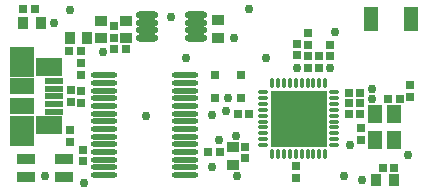
<source format=gts>
%FSTAX23Y23*%
%MOMM*%
%SFA1B1*%

%IPPOS*%
%ADD37R,0.749999X0.649999*%
%ADD38R,0.649999X0.749999*%
%ADD39R,2.249995X1.624997*%
%ADD40R,1.529997X0.599999*%
%ADD41R,2.049996X1.324997*%
%ADD42R,2.049996X2.524995*%
%ADD43R,0.849998X1.049998*%
%ADD44R,1.049998X0.849998*%
%ADD45O,1.949996X0.599999*%
%ADD46O,2.249995X0.499999*%
%ADD47R,0.749999X0.749999*%
%ADD48R,1.299997X1.549997*%
%ADD49R,1.149998X2.149996*%
%ADD50R,1.549997X0.849998*%
%ADD51O,0.949998X0.349999*%
%ADD52O,0.349999X0.949998*%
%ADD53R,4.749991X4.749991*%
%ADD54C,0.749999*%
%LNusb_dongle_pcb-1*%
%LPD*%
G54D37*
X57349Y27349D03*
X58349D03*
X26924Y40749D03*
X27924D03*
X31799Y37249D03*
X30799D03*
X42574Y28674D03*
X43574D03*
X54474Y33674D03*
X55474D03*
X54474Y32799D03*
X55474D03*
X57824Y33174D03*
X58824D03*
X54474Y31924D03*
X55474D03*
X34624Y37374D03*
X35624D03*
X46074Y31849D03*
X45074D03*
G54D38*
X30974Y33899D03*
Y32899D03*
X31849Y32849D03*
Y33849D03*
X50099Y36849D03*
Y37849D03*
X52874Y36774D03*
Y37774D03*
X34574Y38299D03*
Y39299D03*
X31949Y27874D03*
Y28874D03*
X30924Y29549D03*
Y30549D03*
X31849Y35174D03*
Y36174D03*
X45724Y29124D03*
Y28124D03*
X59699Y33349D03*
Y34349D03*
X51074Y35774D03*
Y36774D03*
X51949D03*
Y35774D03*
X51074Y37724D03*
Y38724D03*
X55549Y29724D03*
Y30724D03*
X49999Y27474D03*
Y26474D03*
G54D39*
X29149Y35862D03*
Y30937D03*
G54D40*
X29509Y32099D03*
Y32749D03*
Y33399D03*
Y34699D03*
Y34049D03*
G54D41*
X26849Y32562D03*
Y34237D03*
G54D42*
X26849Y30487D03*
Y36312D03*
G54D43*
X30849Y38324D03*
X32349D03*
X28399Y39624D03*
X26899D03*
X56799Y26274D03*
X58299D03*
G54D44*
X33499Y39799D03*
Y38299D03*
X35624Y39799D03*
Y38299D03*
X44674Y29074D03*
Y27574D03*
X43449Y38324D03*
Y39824D03*
G54D45*
X37424Y40274D03*
Y39624D03*
Y38974D03*
Y38324D03*
X41574Y40274D03*
Y39624D03*
Y38974D03*
Y38324D03*
G54D46*
X33749Y35174D03*
Y34524D03*
Y33874D03*
Y33224D03*
Y32574D03*
Y31924D03*
Y31274D03*
Y30624D03*
Y29974D03*
Y29324D03*
Y28674D03*
Y28024D03*
Y27374D03*
Y26724D03*
X40649Y35174D03*
Y34524D03*
Y33874D03*
Y33224D03*
Y32574D03*
Y31924D03*
Y31274D03*
Y30624D03*
Y29974D03*
Y29324D03*
Y28674D03*
Y28024D03*
Y27374D03*
Y26724D03*
G54D47*
X43174Y35224D03*
X45374D03*
X43199Y33249D03*
X45399D03*
G54D48*
X56749Y29724D03*
Y31924D03*
X58349D03*
Y29724D03*
G54D49*
X5635Y3995D03*
X5975D03*
G54D50*
X27199Y28074D03*
X30399D03*
Y26574D03*
X27199D03*
G54D51*
X53249Y29249D03*
Y29749D03*
Y30249D03*
Y30749D03*
Y31249D03*
Y31749D03*
Y32249D03*
Y32749D03*
Y33249D03*
Y33749D03*
X47249D03*
Y33249D03*
Y32749D03*
Y32249D03*
Y31749D03*
Y31249D03*
Y30749D03*
Y30249D03*
Y29749D03*
Y29249D03*
G54D52*
X52499Y34499D03*
X51999D03*
X51499D03*
X50999D03*
X50499D03*
X49999D03*
X49499D03*
X48999D03*
X48499D03*
X47999D03*
Y28499D03*
X48499D03*
X48999D03*
X49499D03*
X49999D03*
X50499D03*
X50999D03*
X51499D03*
X51999D03*
X52499D03*
G54D53*
X50249Y31499D03*
G54D54*
X29074Y30862D03*
X26849Y32562D03*
X26924Y34162D03*
X29149Y35862D03*
X26849Y36312D03*
Y30487D03*
X45049Y26599D03*
X53349Y38849D03*
X40699Y36599D03*
X47449Y36674D03*
X44099Y32174D03*
X54099Y26674D03*
X59524Y28399D03*
X32049Y26049D03*
X37349Y31724D03*
X46074Y40774D03*
X39474Y40074D03*
X30874Y40674D03*
X33649Y37099D03*
X50099Y35774D03*
X52899D03*
X55599Y26274D03*
X28799Y26599D03*
X44774Y38324D03*
X44299Y33224D03*
X54574Y29274D03*
X56474Y33999D03*
X29499Y39624D03*
X44949Y30024D03*
X42924Y31799D03*
Y27374D03*
X56424Y33174D03*
X43524Y29699D03*
X50249Y32999D03*
Y29999D03*
M02*
</source>
